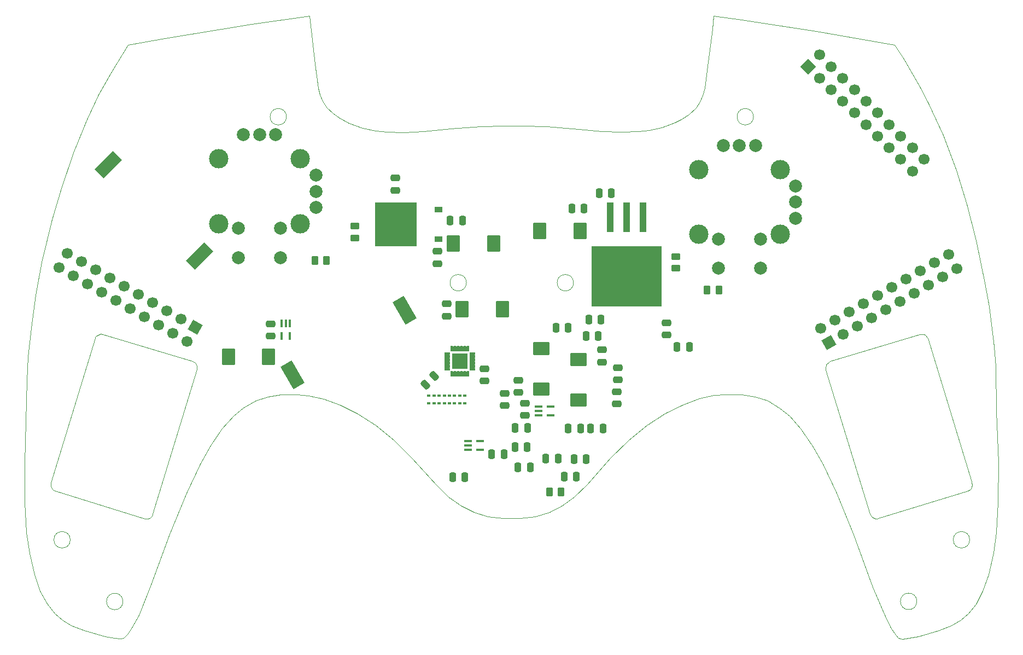
<source format=gbr>
%TF.GenerationSoftware,KiCad,Pcbnew,(6.0.9)*%
%TF.CreationDate,2022-11-22T19:39:32+02:00*%
%TF.ProjectId,PCB,5043422e-6b69-4636-9164-5f7063625858,rev?*%
%TF.SameCoordinates,Original*%
%TF.FileFunction,Soldermask,Bot*%
%TF.FilePolarity,Negative*%
%FSLAX46Y46*%
G04 Gerber Fmt 4.6, Leading zero omitted, Abs format (unit mm)*
G04 Created by KiCad (PCBNEW (6.0.9)) date 2022-11-22 19:39:32*
%MOMM*%
%LPD*%
G01*
G04 APERTURE LIST*
G04 Aperture macros list*
%AMRoundRect*
0 Rectangle with rounded corners*
0 $1 Rounding radius*
0 $2 $3 $4 $5 $6 $7 $8 $9 X,Y pos of 4 corners*
0 Add a 4 corners polygon primitive as box body*
4,1,4,$2,$3,$4,$5,$6,$7,$8,$9,$2,$3,0*
0 Add four circle primitives for the rounded corners*
1,1,$1+$1,$2,$3*
1,1,$1+$1,$4,$5*
1,1,$1+$1,$6,$7*
1,1,$1+$1,$8,$9*
0 Add four rect primitives between the rounded corners*
20,1,$1+$1,$2,$3,$4,$5,0*
20,1,$1+$1,$4,$5,$6,$7,0*
20,1,$1+$1,$6,$7,$8,$9,0*
20,1,$1+$1,$8,$9,$2,$3,0*%
%AMHorizOval*
0 Thick line with rounded ends*
0 $1 width*
0 $2 $3 position (X,Y) of the first rounded end (center of the circle)*
0 $4 $5 position (X,Y) of the second rounded end (center of the circle)*
0 Add line between two ends*
20,1,$1,$2,$3,$4,$5,0*
0 Add two circle primitives to create the rounded ends*
1,1,$1,$2,$3*
1,1,$1,$4,$5*%
%AMRotRect*
0 Rectangle, with rotation*
0 The origin of the aperture is its center*
0 $1 length*
0 $2 width*
0 $3 Rotation angle, in degrees counterclockwise*
0 Add horizontal line*
21,1,$1,$2,0,0,$3*%
G04 Aperture macros list end*
%TA.AperFunction,Profile*%
%ADD10C,0.100000*%
%TD*%
%ADD11RotRect,1.700000X1.700000X120.000000*%
%ADD12HorizOval,1.700000X0.000000X0.000000X0.000000X0.000000X0*%
%ADD13C,2.000000*%
%ADD14C,3.000000*%
%ADD15RotRect,1.700000X1.700000X45.000000*%
%ADD16HorizOval,1.700000X0.000000X0.000000X0.000000X0.000000X0*%
%ADD17RotRect,1.700000X1.700000X240.000000*%
%ADD18HorizOval,1.700000X0.000000X0.000000X0.000000X0.000000X0*%
%ADD19RotRect,2.000000X4.000000X135.000000*%
%ADD20RoundRect,0.250000X-0.787500X-1.025000X0.787500X-1.025000X0.787500X1.025000X-0.787500X1.025000X0*%
%ADD21RoundRect,0.250000X0.250000X0.475000X-0.250000X0.475000X-0.250000X-0.475000X0.250000X-0.475000X0*%
%ADD22RoundRect,0.250000X0.475000X-0.250000X0.475000X0.250000X-0.475000X0.250000X-0.475000X-0.250000X0*%
%ADD23R,1.200000X0.400000*%
%ADD24RoundRect,0.250000X1.025000X-0.787500X1.025000X0.787500X-1.025000X0.787500X-1.025000X-0.787500X0*%
%ADD25RoundRect,0.250000X-0.159099X0.512652X-0.512652X0.159099X0.159099X-0.512652X0.512652X-0.159099X0*%
%ADD26RoundRect,0.250000X-0.250000X-0.475000X0.250000X-0.475000X0.250000X0.475000X-0.250000X0.475000X0*%
%ADD27RoundRect,0.100000X0.150000X-0.100000X0.150000X0.100000X-0.150000X0.100000X-0.150000X-0.100000X0*%
%ADD28RoundRect,0.250000X-0.262500X-0.450000X0.262500X-0.450000X0.262500X0.450000X-0.262500X0.450000X0*%
%ADD29RoundRect,0.250000X-0.475000X0.250000X-0.475000X-0.250000X0.475000X-0.250000X0.475000X0.250000X0*%
%ADD30R,0.400000X1.200000*%
%ADD31RotRect,2.000000X4.000000X30.000000*%
%ADD32RoundRect,0.250000X-0.450000X0.262500X-0.450000X-0.262500X0.450000X-0.262500X0.450000X0.262500X0*%
%ADD33R,1.219200X0.889000*%
%ADD34R,6.502400X6.731000*%
%ADD35RoundRect,0.250000X0.787500X1.025000X-0.787500X1.025000X-0.787500X-1.025000X0.787500X-1.025000X0*%
%ADD36R,1.100000X4.600000*%
%ADD37R,10.800000X9.400000*%
%ADD38RoundRect,0.250000X0.262500X0.450000X-0.262500X0.450000X-0.262500X-0.450000X0.262500X-0.450000X0*%
%ADD39R,0.850000X0.300000*%
%ADD40R,0.300000X0.850000*%
%ADD41R,2.400000X2.400000*%
G04 APERTURE END LIST*
D10*
X175615600Y-38887400D02*
X187248800Y-40665400D01*
X199390000Y-42799000D01*
X200710800Y-44831000D01*
X203250800Y-49199800D01*
X204622400Y-51892200D01*
X206857600Y-56769000D01*
X208889600Y-62204600D01*
X210515200Y-67437000D01*
X211988400Y-73025000D01*
X213360000Y-79629000D01*
X213969600Y-83235800D01*
X214731600Y-89433400D01*
X214985600Y-92532200D01*
X215138000Y-99491800D01*
X215442800Y-107365800D01*
X215392000Y-113614200D01*
X215138000Y-118237000D01*
X214680800Y-121386600D01*
X213918800Y-124739400D01*
X213004400Y-127330200D01*
X211937600Y-129311400D01*
X210769200Y-130784600D01*
X209600800Y-131800600D01*
X208127600Y-132664200D01*
X206197200Y-133375400D01*
X203047600Y-134289800D01*
X201523600Y-134594600D01*
X200558400Y-134747000D01*
X200304400Y-134696200D01*
X199948800Y-134543800D01*
X199491600Y-134035800D01*
X198780400Y-132969000D01*
X197815200Y-130987800D01*
X195986400Y-126669800D01*
X192989200Y-118541800D01*
X190398400Y-112141000D01*
X188264800Y-107670600D01*
X186639200Y-104825800D01*
X184810400Y-102133400D01*
X183083200Y-100203000D01*
X181559200Y-98983800D01*
X179679600Y-97866200D01*
X177800000Y-97256600D01*
X175666400Y-96901000D01*
X173126400Y-96901000D01*
X171450000Y-97002600D01*
X169113200Y-97510600D01*
X166522400Y-98475800D01*
X163880800Y-99796600D01*
X161036000Y-101625400D01*
X158242000Y-103962200D01*
X155346400Y-106756200D01*
X151790400Y-110769400D01*
X149758400Y-112750600D01*
X147878800Y-114071400D01*
X145897600Y-115087400D01*
X143713200Y-115747800D01*
X141325600Y-116052600D01*
X138734800Y-116052600D01*
X136398000Y-115747800D01*
X134213600Y-115087400D01*
X132181600Y-114122200D01*
X130302000Y-112750600D01*
X128320800Y-110769400D01*
X124714000Y-106807000D01*
X121818400Y-103911400D01*
X119024400Y-101676200D01*
X116230400Y-99847400D01*
X113538000Y-98475800D01*
X110998000Y-97561400D01*
X108610400Y-97053400D01*
X106934000Y-96901000D01*
X104394000Y-96901000D01*
X102311200Y-97256600D01*
X100431600Y-97866200D01*
X98552000Y-98933000D01*
X97028000Y-100203000D01*
X95250000Y-102133400D01*
X93421200Y-104775000D01*
X91795600Y-107619800D01*
X89712800Y-112141000D01*
X87122000Y-118491000D01*
X84124800Y-126568200D01*
X82346800Y-130987800D01*
X81280000Y-132969000D01*
X80568800Y-133985000D01*
X79959200Y-134543800D01*
X79552800Y-134696200D01*
X78536800Y-134594600D01*
X77063600Y-134289800D01*
X73863200Y-133375400D01*
X71882000Y-132664200D01*
X70459600Y-131800600D01*
X69291200Y-130784600D01*
X68122800Y-129260600D01*
X67056000Y-127330200D01*
X66141600Y-124790200D01*
X65379600Y-121437400D01*
X64922400Y-118237000D01*
X64668400Y-113563400D01*
X64668400Y-107365800D01*
X64973200Y-94665800D01*
X65176400Y-91059000D01*
X65633600Y-86537800D01*
X66344800Y-81457800D01*
X67310000Y-76377800D01*
X68884800Y-69824600D01*
X70307200Y-64998600D01*
X72186800Y-59461400D01*
X74269600Y-54330600D01*
X76098400Y-50520600D01*
X78079600Y-46964600D01*
X80670400Y-42799000D01*
X86360000Y-41783000D01*
X99822000Y-39547800D01*
X108762800Y-38328600D01*
X109575600Y-45745400D01*
X110083600Y-49453800D01*
X110337600Y-50469800D01*
X110794800Y-51485800D01*
X111455200Y-52501800D01*
X112369600Y-53416200D01*
X113334800Y-54076600D01*
X114858800Y-54940200D01*
X116941600Y-55651400D01*
X118973600Y-56057800D01*
X120751600Y-56261000D01*
X123342400Y-56311800D01*
X126390400Y-56159400D01*
X130606800Y-55753000D01*
X135280400Y-55397400D01*
X138836400Y-55295800D01*
X141681200Y-55295800D01*
X145491200Y-55448200D01*
X150418800Y-55854600D01*
X154076400Y-56159400D01*
X157073600Y-56261000D01*
X159715200Y-56210200D01*
X161340800Y-56007000D01*
X163271200Y-55600600D01*
X165303200Y-54838600D01*
X166370000Y-54330600D01*
X167538400Y-53517800D01*
X168605200Y-52501800D01*
X169214800Y-51587400D01*
X169621200Y-50571400D01*
X169976800Y-49453800D01*
X170332400Y-46710600D01*
X171145200Y-40360600D01*
X171297600Y-38328600D01*
X175615600Y-38887400D01*
X79886044Y-128933444D02*
G75*
G03*
X79886044Y-128933444I-1273044J0D01*
G01*
X177523644Y-53927244D02*
G75*
G03*
X177523644Y-53927244I-1273044J0D01*
G01*
X133073644Y-79606644D02*
G75*
G03*
X133073644Y-79606644I-1273044J0D01*
G01*
X202822044Y-128908044D02*
G75*
G03*
X202822044Y-128908044I-1273044J0D01*
G01*
X76758800Y-87553800D02*
X90627200Y-91770200D01*
X91033600Y-91973400D01*
X91236800Y-92227400D01*
X91287600Y-92481400D01*
X91338400Y-92684600D01*
X91338400Y-93040200D01*
X84480400Y-115392200D01*
X84429600Y-115544600D01*
X84277200Y-115798600D01*
X84023200Y-116001800D01*
X83667600Y-116103400D01*
X83261200Y-116103400D01*
X69392800Y-111836200D01*
X69138800Y-111683800D01*
X68986400Y-111531400D01*
X68783200Y-111277400D01*
X68681600Y-111023400D01*
X68681600Y-110566200D01*
X75539600Y-88214200D01*
X75590400Y-88011000D01*
X75742800Y-87858600D01*
X76047600Y-87655400D01*
X76403200Y-87503000D01*
X76758800Y-87553800D01*
X149659844Y-79606644D02*
G75*
G03*
X149659844Y-79606644I-1273044J0D01*
G01*
X203962000Y-87604600D02*
X204114400Y-87655400D01*
X204266800Y-87858600D01*
X204368400Y-88011000D01*
X204520800Y-88214200D01*
X211277200Y-110363000D01*
X211328000Y-110566200D01*
X211378800Y-110871000D01*
X211328000Y-111175800D01*
X211226400Y-111429800D01*
X211023200Y-111633000D01*
X210667600Y-111836200D01*
X196850000Y-116052600D01*
X196697600Y-116103400D01*
X196392800Y-116103400D01*
X195884800Y-115900200D01*
X195681600Y-115646200D01*
X195529200Y-115392200D01*
X188722000Y-93091000D01*
X188671200Y-92735400D01*
X188772800Y-92329000D01*
X188874400Y-92176600D01*
X189179200Y-91871800D01*
X189382400Y-91770200D01*
X203250800Y-87553800D01*
X203708000Y-87553800D01*
X203962000Y-87604600D01*
X211000844Y-119383044D02*
G75*
G03*
X211000844Y-119383044I-1273044J0D01*
G01*
X105209844Y-53927244D02*
G75*
G03*
X105209844Y-53927244I-1273044J0D01*
G01*
X71732644Y-119383044D02*
G75*
G03*
X71732644Y-119383044I-1273044J0D01*
G01*
X175615600Y-38887400D02*
X187248800Y-40665400D01*
X199390000Y-42799000D01*
X200710800Y-44831000D01*
X203250800Y-49199800D01*
X204622400Y-51892200D01*
X206857600Y-56769000D01*
X208889600Y-62204600D01*
X210515200Y-67437000D01*
X211988400Y-73025000D01*
X213360000Y-79629000D01*
X213969600Y-83235800D01*
X214731600Y-89433400D01*
X214985600Y-92532200D01*
X215138000Y-99491800D01*
X215442800Y-107365800D01*
X215392000Y-113614200D01*
X215138000Y-118237000D01*
X214680800Y-121386600D01*
X213918800Y-124739400D01*
X213004400Y-127330200D01*
X211937600Y-129311400D01*
X210769200Y-130784600D01*
X209600800Y-131800600D01*
X208127600Y-132664200D01*
X206197200Y-133375400D01*
X203047600Y-134289800D01*
X201523600Y-134594600D01*
X200558400Y-134747000D01*
X200304400Y-134696200D01*
X199948800Y-134543800D01*
X199491600Y-134035800D01*
X198780400Y-132969000D01*
X197815200Y-130987800D01*
X195986400Y-126669800D01*
X192989200Y-118541800D01*
X190398400Y-112141000D01*
X188264800Y-107670600D01*
X186639200Y-104825800D01*
X184810400Y-102133400D01*
X183083200Y-100203000D01*
X181559200Y-98983800D01*
X179679600Y-97866200D01*
X177800000Y-97256600D01*
X175666400Y-96901000D01*
X173126400Y-96901000D01*
X171450000Y-97002600D01*
X169113200Y-97510600D01*
X166522400Y-98475800D01*
X163880800Y-99796600D01*
X161036000Y-101625400D01*
X158242000Y-103962200D01*
X155346400Y-106756200D01*
X151790400Y-110769400D01*
X149758400Y-112750600D01*
X147878800Y-114071400D01*
X145897600Y-115087400D01*
X143713200Y-115747800D01*
X141325600Y-116052600D01*
X138734800Y-116052600D01*
X136398000Y-115747800D01*
X134213600Y-115087400D01*
X132181600Y-114122200D01*
X130302000Y-112750600D01*
X128320800Y-110769400D01*
X124714000Y-106807000D01*
X121818400Y-103911400D01*
X119024400Y-101676200D01*
X116230400Y-99847400D01*
X113538000Y-98475800D01*
X110998000Y-97561400D01*
X108610400Y-97053400D01*
X106934000Y-96901000D01*
X104394000Y-96901000D01*
X102311200Y-97256600D01*
X100431600Y-97866200D01*
X98552000Y-98933000D01*
X97028000Y-100203000D01*
X95250000Y-102133400D01*
X93421200Y-104775000D01*
X91795600Y-107619800D01*
X89712800Y-112141000D01*
X87122000Y-118491000D01*
X84124800Y-126568200D01*
X82346800Y-130987800D01*
X81280000Y-132969000D01*
X80568800Y-133985000D01*
X79959200Y-134543800D01*
X79552800Y-134696200D01*
X78536800Y-134594600D01*
X77063600Y-134289800D01*
X73863200Y-133375400D01*
X71882000Y-132664200D01*
X70459600Y-131800600D01*
X69291200Y-130784600D01*
X68122800Y-129260600D01*
X67056000Y-127330200D01*
X66141600Y-124790200D01*
X65379600Y-121437400D01*
X64922400Y-118237000D01*
X64668400Y-113563400D01*
X64668400Y-107365800D01*
X64973200Y-94665800D01*
X65176400Y-91059000D01*
X65633600Y-86537800D01*
X66344800Y-81457800D01*
X67310000Y-76377800D01*
X68884800Y-69824600D01*
X70307200Y-64998600D01*
X72186800Y-59461400D01*
X74269600Y-54330600D01*
X76098400Y-50520600D01*
X78079600Y-46964600D01*
X80670400Y-42799000D01*
X86360000Y-41783000D01*
X99822000Y-39547800D01*
X108762800Y-38328600D01*
X109575600Y-45745400D01*
X110083600Y-49453800D01*
X110337600Y-50469800D01*
X110794800Y-51485800D01*
X111455200Y-52501800D01*
X112369600Y-53416200D01*
X113334800Y-54076600D01*
X114858800Y-54940200D01*
X116941600Y-55651400D01*
X118973600Y-56057800D01*
X120751600Y-56261000D01*
X123342400Y-56311800D01*
X126390400Y-56159400D01*
X130606800Y-55753000D01*
X135280400Y-55397400D01*
X138836400Y-55295800D01*
X141681200Y-55295800D01*
X145491200Y-55448200D01*
X150418800Y-55854600D01*
X154076400Y-56159400D01*
X157073600Y-56261000D01*
X159715200Y-56210200D01*
X161340800Y-56007000D01*
X163271200Y-55600600D01*
X165303200Y-54838600D01*
X166370000Y-54330600D01*
X167538400Y-53517800D01*
X168605200Y-52501800D01*
X169214800Y-51587400D01*
X169621200Y-50571400D01*
X169976800Y-49453800D01*
X170332400Y-46710600D01*
X171145200Y-40360600D01*
X171297600Y-38328600D01*
X175615600Y-38887400D01*
X79886044Y-128933444D02*
G75*
G03*
X79886044Y-128933444I-1273044J0D01*
G01*
X177523644Y-53927244D02*
G75*
G03*
X177523644Y-53927244I-1273044J0D01*
G01*
X133073644Y-79606644D02*
G75*
G03*
X133073644Y-79606644I-1273044J0D01*
G01*
X202822044Y-128908044D02*
G75*
G03*
X202822044Y-128908044I-1273044J0D01*
G01*
X76758800Y-87553800D02*
X90627200Y-91770200D01*
X91033600Y-91973400D01*
X91236800Y-92227400D01*
X91287600Y-92481400D01*
X91338400Y-92684600D01*
X91338400Y-93040200D01*
X84480400Y-115392200D01*
X84429600Y-115544600D01*
X84277200Y-115798600D01*
X84023200Y-116001800D01*
X83667600Y-116103400D01*
X83261200Y-116103400D01*
X69392800Y-111836200D01*
X69138800Y-111683800D01*
X68986400Y-111531400D01*
X68783200Y-111277400D01*
X68681600Y-111023400D01*
X68681600Y-110566200D01*
X75539600Y-88214200D01*
X75590400Y-88011000D01*
X75742800Y-87858600D01*
X76047600Y-87655400D01*
X76403200Y-87503000D01*
X76758800Y-87553800D01*
X149659844Y-79606644D02*
G75*
G03*
X149659844Y-79606644I-1273044J0D01*
G01*
X203962000Y-87604600D02*
X204114400Y-87655400D01*
X204266800Y-87858600D01*
X204368400Y-88011000D01*
X204520800Y-88214200D01*
X211277200Y-110363000D01*
X211328000Y-110566200D01*
X211378800Y-110871000D01*
X211328000Y-111175800D01*
X211226400Y-111429800D01*
X211023200Y-111633000D01*
X210667600Y-111836200D01*
X196850000Y-116052600D01*
X196697600Y-116103400D01*
X196392800Y-116103400D01*
X195884800Y-115900200D01*
X195681600Y-115646200D01*
X195529200Y-115392200D01*
X188722000Y-93091000D01*
X188671200Y-92735400D01*
X188772800Y-92329000D01*
X188874400Y-92176600D01*
X189179200Y-91871800D01*
X189382400Y-91770200D01*
X203250800Y-87553800D01*
X203708000Y-87553800D01*
X203962000Y-87604600D01*
X211000844Y-119383044D02*
G75*
G03*
X211000844Y-119383044I-1273044J0D01*
G01*
X105209844Y-53927244D02*
G75*
G03*
X105209844Y-53927244I-1273044J0D01*
G01*
X71732644Y-119383044D02*
G75*
G03*
X71732644Y-119383044I-1273044J0D01*
G01*
D11*
%TO.C,J2*%
X189239773Y-88900000D03*
D12*
X187969773Y-86700295D03*
X191439478Y-87630000D03*
X190169478Y-85430295D03*
X193639182Y-86360000D03*
X192369182Y-84160295D03*
X195838887Y-85090000D03*
X194568887Y-82890295D03*
X198038591Y-83820000D03*
X196768591Y-81620295D03*
X200238296Y-82550000D03*
X198968296Y-80350295D03*
X202438000Y-81280000D03*
X201168000Y-79080295D03*
X204637705Y-80010000D03*
X203367705Y-77810295D03*
X206837409Y-78740000D03*
X205567409Y-76540295D03*
X209037114Y-77470000D03*
X207767114Y-75270295D03*
%TD*%
D13*
%TO.C,U6*%
X103545000Y-56730000D03*
X109775000Y-67960000D03*
X101045000Y-56730000D03*
X109775000Y-65460000D03*
X98545000Y-56730000D03*
X109775000Y-62960000D03*
D14*
X94720000Y-60460000D03*
X107370000Y-60460000D03*
X107370000Y-70460000D03*
X94720000Y-70460000D03*
D13*
X97795000Y-71210000D03*
X104295000Y-71210000D03*
X97795000Y-75710000D03*
X104295000Y-75710000D03*
%TD*%
D15*
%TO.C,J1*%
X185964744Y-46162867D03*
D16*
X187760795Y-44366816D03*
X187760795Y-47958918D03*
X189556846Y-46162867D03*
X189556846Y-49754969D03*
X191352898Y-47958918D03*
X191352898Y-51551021D03*
X193148949Y-49754969D03*
X193148949Y-53347072D03*
X194945000Y-51551021D03*
X194945000Y-55143123D03*
X196741051Y-53347072D03*
X196741051Y-56939174D03*
X198537103Y-55143123D03*
X198537103Y-58735226D03*
X200333154Y-56939174D03*
X200333154Y-60531277D03*
X202129205Y-58735226D03*
X202129205Y-62327328D03*
X203925256Y-60531277D03*
%TD*%
D13*
%TO.C,U7*%
X177845000Y-58380000D03*
X184075000Y-69610000D03*
X175345000Y-58380000D03*
X184075000Y-67110000D03*
X172845000Y-58380000D03*
X184075000Y-64610000D03*
D14*
X181670000Y-62110000D03*
X169020000Y-62110000D03*
X181670000Y-72110000D03*
X169020000Y-72110000D03*
D13*
X172095000Y-72860000D03*
X178595000Y-72860000D03*
X172095000Y-77360000D03*
X178595000Y-77360000D03*
%TD*%
D17*
%TO.C,J3*%
X91059000Y-86487000D03*
D18*
X89789000Y-88686705D03*
X88859295Y-85217000D03*
X87589295Y-87416705D03*
X86659591Y-83947000D03*
X85389591Y-86146705D03*
X84459886Y-82677000D03*
X83189886Y-84876705D03*
X82260182Y-81407000D03*
X80990182Y-83606705D03*
X80060477Y-80137000D03*
X78790477Y-82336705D03*
X77860773Y-78867000D03*
X76590773Y-81066705D03*
X75661068Y-77597000D03*
X74391068Y-79796705D03*
X73461364Y-76327000D03*
X72191364Y-78526705D03*
X71261659Y-75057000D03*
X69991659Y-77256705D03*
%TD*%
D19*
%TO.C,BT2*%
X91774812Y-75518812D03*
X77632676Y-61376676D03*
%TD*%
D20*
%TO.C,C26*%
X132396500Y-83693000D03*
X138621500Y-83693000D03*
%TD*%
D21*
%TO.C,C13*%
X155509000Y-65735200D03*
X153609000Y-65735200D03*
%TD*%
D22*
%TO.C,C47*%
X130048000Y-84770000D03*
X130048000Y-82870000D03*
%TD*%
D23*
%TO.C,IC7*%
X144211000Y-100091000D03*
X144211000Y-99441000D03*
X144211000Y-98791000D03*
X146111000Y-98791000D03*
X146111000Y-100091000D03*
%TD*%
D24*
%TO.C,C31*%
X144703800Y-96051100D03*
X144703800Y-89826100D03*
%TD*%
D22*
%TO.C,C39*%
X139014200Y-98613000D03*
X139014200Y-96713000D03*
%TD*%
D25*
%TO.C,C19*%
X128089502Y-94033498D03*
X126746000Y-95377000D03*
%TD*%
D26*
%TO.C,C37*%
X152313600Y-102158800D03*
X154213600Y-102158800D03*
%TD*%
%TO.C,C63*%
X141036000Y-108204000D03*
X142936000Y-108204000D03*
%TD*%
D20*
%TO.C,C9*%
X131075700Y-73533000D03*
X137300700Y-73533000D03*
%TD*%
D21*
%TO.C,C59*%
X147254000Y-106807000D03*
X145354000Y-106807000D03*
%TD*%
D27*
%TO.C,R8*%
X132842000Y-98298000D03*
X132042000Y-98298000D03*
X131242000Y-98298000D03*
X130442000Y-98298000D03*
X129642000Y-98298000D03*
X128842000Y-98298000D03*
X128042000Y-98298000D03*
X127242000Y-98298000D03*
X127242000Y-97098000D03*
X128042000Y-97098000D03*
X128842000Y-97098000D03*
X129642000Y-97098000D03*
X130442000Y-97098000D03*
X131242000Y-97098000D03*
X132042000Y-97098000D03*
X132842000Y-97098000D03*
%TD*%
D21*
%TO.C,C67*%
X142489000Y-105029000D03*
X140589000Y-105029000D03*
%TD*%
D28*
%TO.C,R23*%
X145899500Y-112014000D03*
X147724500Y-112014000D03*
%TD*%
D29*
%TO.C,C56*%
X164084000Y-85791000D03*
X164084000Y-87691000D03*
%TD*%
D26*
%TO.C,C8*%
X130545800Y-69951600D03*
X132445800Y-69951600D03*
%TD*%
%TO.C,C28*%
X148833800Y-102158800D03*
X150733800Y-102158800D03*
%TD*%
D22*
%TO.C,C27*%
X141071600Y-96606400D03*
X141071600Y-94706400D03*
%TD*%
D30*
%TO.C,IC13*%
X104455200Y-85943400D03*
X105105200Y-85943400D03*
X105755200Y-85943400D03*
X105755200Y-87843400D03*
X104455200Y-87843400D03*
%TD*%
D22*
%TO.C,C36*%
X156362400Y-98384400D03*
X156362400Y-96484400D03*
%TD*%
D31*
%TO.C,BT1*%
X106160841Y-93872000D03*
X123481349Y-83872000D03*
%TD*%
D26*
%TO.C,C53*%
X136972000Y-106172000D03*
X138872000Y-106172000D03*
%TD*%
D21*
%TO.C,C14*%
X151292600Y-68122800D03*
X149392600Y-68122800D03*
%TD*%
D32*
%TO.C,R19*%
X165481000Y-75541500D03*
X165481000Y-77366500D03*
%TD*%
D22*
%TO.C,C65*%
X102793800Y-87868800D03*
X102793800Y-85968800D03*
%TD*%
D33*
%TO.C,IC1*%
X128778000Y-68300600D03*
D34*
X122123200Y-70586600D03*
D33*
X128778000Y-72872600D03*
%TD*%
D35*
%TO.C,C21*%
X102426500Y-91059000D03*
X96201500Y-91059000D03*
%TD*%
D29*
%TO.C,C7*%
X128600200Y-74767400D03*
X128600200Y-76667400D03*
%TD*%
%TO.C,C29*%
X156540200Y-92750600D03*
X156540200Y-94650600D03*
%TD*%
D22*
%TO.C,C69*%
X122021600Y-65313600D03*
X122021600Y-63413600D03*
%TD*%
D26*
%TO.C,C45*%
X149733000Y-106934000D03*
X151633000Y-106934000D03*
%TD*%
D21*
%TO.C,C60*%
X150109000Y-109601000D03*
X148209000Y-109601000D03*
%TD*%
%TO.C,C35*%
X153934200Y-85344000D03*
X152034200Y-85344000D03*
%TD*%
D26*
%TO.C,C34*%
X146954200Y-86588600D03*
X148854200Y-86588600D03*
%TD*%
D23*
%TO.C,IC14*%
X133289000Y-105425000D03*
X133289000Y-104775000D03*
X133289000Y-104125000D03*
X135189000Y-104125000D03*
X135189000Y-105425000D03*
%TD*%
D36*
%TO.C,U3*%
X155302000Y-69501800D03*
D37*
X157842000Y-78651800D03*
D36*
X157842000Y-69501800D03*
X160382000Y-69501800D03*
%TD*%
D26*
%TO.C,C30*%
X151602400Y-87833200D03*
X153502400Y-87833200D03*
%TD*%
D21*
%TO.C,C38*%
X142529600Y-102108000D03*
X140629600Y-102108000D03*
%TD*%
D32*
%TO.C,R16*%
X115824000Y-70842500D03*
X115824000Y-72667500D03*
%TD*%
D29*
%TO.C,C20*%
X135890000Y-92903000D03*
X135890000Y-94803000D03*
%TD*%
D22*
%TO.C,C52*%
X142113000Y-100137000D03*
X142113000Y-98237000D03*
%TD*%
D38*
%TO.C,R18*%
X111426000Y-76200000D03*
X109601000Y-76200000D03*
%TD*%
D22*
%TO.C,C33*%
X154051000Y-91882000D03*
X154051000Y-89982000D03*
%TD*%
D21*
%TO.C,C62*%
X132842000Y-109728000D03*
X130942000Y-109728000D03*
%TD*%
D35*
%TO.C,C15*%
X150635700Y-71628000D03*
X144410700Y-71628000D03*
%TD*%
D39*
%TO.C,AC1*%
X133979200Y-90520200D03*
X133979200Y-91020200D03*
X133979200Y-91520200D03*
X133979200Y-92020200D03*
X133979200Y-92520200D03*
X133979200Y-93020200D03*
D40*
X133279200Y-93720200D03*
X132779200Y-93720200D03*
X132279200Y-93720200D03*
X131779200Y-93720200D03*
X131279200Y-93720200D03*
X130779200Y-93720200D03*
D39*
X130079200Y-93020200D03*
X130079200Y-92520200D03*
X130079200Y-92020200D03*
X130079200Y-91520200D03*
X130079200Y-91020200D03*
X130079200Y-90520200D03*
D40*
X130779200Y-89820200D03*
X131279200Y-89820200D03*
X131779200Y-89820200D03*
X132279200Y-89820200D03*
X132779200Y-89820200D03*
X133279200Y-89820200D03*
D41*
X132029200Y-91770200D03*
%TD*%
D21*
%TO.C,C57*%
X167574000Y-89535000D03*
X165674000Y-89535000D03*
%TD*%
D24*
%TO.C,C43*%
X150444200Y-97727500D03*
X150444200Y-91502500D03*
%TD*%
D38*
%TO.C,R32*%
X172159300Y-80721200D03*
X170334300Y-80721200D03*
%TD*%
G36*
X132631090Y-93297522D02*
G01*
X132631200Y-93298176D01*
X132631200Y-94142311D01*
X132630200Y-94144043D01*
X132628089Y-94143974D01*
X132621135Y-94139328D01*
X132620963Y-94139200D01*
X132578256Y-94103509D01*
X132509541Y-94094876D01*
X132446910Y-94124840D01*
X132430711Y-94143534D01*
X132428821Y-94144188D01*
X132427310Y-94142878D01*
X132427200Y-94142224D01*
X132427200Y-93298089D01*
X132428200Y-93296357D01*
X132430311Y-93296426D01*
X132437265Y-93301072D01*
X132437437Y-93301200D01*
X132480144Y-93336891D01*
X132548859Y-93345524D01*
X132611490Y-93315560D01*
X132627689Y-93296866D01*
X132629579Y-93296212D01*
X132631090Y-93297522D01*
G37*
G36*
X133131090Y-93297522D02*
G01*
X133131200Y-93298176D01*
X133131200Y-94142311D01*
X133130200Y-94144043D01*
X133128089Y-94143974D01*
X133121135Y-94139328D01*
X133120963Y-94139200D01*
X133078256Y-94103509D01*
X133009541Y-94094876D01*
X132946910Y-94124840D01*
X132930711Y-94143534D01*
X132928821Y-94144188D01*
X132927310Y-94142878D01*
X132927200Y-94142224D01*
X132927200Y-93298089D01*
X132928200Y-93296357D01*
X132930311Y-93296426D01*
X132937265Y-93301072D01*
X132937437Y-93301200D01*
X132980144Y-93336891D01*
X133048859Y-93345524D01*
X133111490Y-93315560D01*
X133127689Y-93296866D01*
X133129579Y-93296212D01*
X133131090Y-93297522D01*
G37*
G36*
X131131090Y-93297522D02*
G01*
X131131200Y-93298176D01*
X131131200Y-94142311D01*
X131130200Y-94144043D01*
X131128089Y-94143974D01*
X131121135Y-94139328D01*
X131120963Y-94139200D01*
X131078256Y-94103509D01*
X131009541Y-94094876D01*
X130946910Y-94124840D01*
X130930711Y-94143534D01*
X130928821Y-94144188D01*
X130927310Y-94142878D01*
X130927200Y-94142224D01*
X130927200Y-93298089D01*
X130928200Y-93296357D01*
X130930311Y-93296426D01*
X130937265Y-93301072D01*
X130937437Y-93301200D01*
X130980144Y-93336891D01*
X131048859Y-93345524D01*
X131111490Y-93315560D01*
X131127689Y-93296866D01*
X131129579Y-93296212D01*
X131131090Y-93297522D01*
G37*
G36*
X131631090Y-93297522D02*
G01*
X131631200Y-93298176D01*
X131631200Y-94142311D01*
X131630200Y-94144043D01*
X131628089Y-94143974D01*
X131621135Y-94139328D01*
X131620963Y-94139200D01*
X131578256Y-94103509D01*
X131509541Y-94094876D01*
X131446910Y-94124840D01*
X131430711Y-94143534D01*
X131428821Y-94144188D01*
X131427310Y-94142878D01*
X131427200Y-94142224D01*
X131427200Y-93298089D01*
X131428200Y-93296357D01*
X131430311Y-93296426D01*
X131437265Y-93301072D01*
X131437437Y-93301200D01*
X131480144Y-93336891D01*
X131548859Y-93345524D01*
X131611490Y-93315560D01*
X131627689Y-93296866D01*
X131629579Y-93296212D01*
X131631090Y-93297522D01*
G37*
G36*
X132131090Y-93297522D02*
G01*
X132131200Y-93298176D01*
X132131200Y-94142311D01*
X132130200Y-94144043D01*
X132128089Y-94143974D01*
X132121135Y-94139328D01*
X132120963Y-94139200D01*
X132078256Y-94103509D01*
X132009541Y-94094876D01*
X131946910Y-94124840D01*
X131930711Y-94143534D01*
X131928821Y-94144188D01*
X131927310Y-94142878D01*
X131927200Y-94142224D01*
X131927200Y-93298089D01*
X131928200Y-93296357D01*
X131930311Y-93296426D01*
X131937265Y-93301072D01*
X131937437Y-93301200D01*
X131980144Y-93336891D01*
X132048859Y-93345524D01*
X132111490Y-93315560D01*
X132127689Y-93296866D01*
X132129579Y-93296212D01*
X132131090Y-93297522D01*
G37*
G36*
X134403043Y-92669200D02*
G01*
X134402974Y-92671311D01*
X134398328Y-92678265D01*
X134398200Y-92678437D01*
X134362509Y-92721144D01*
X134353876Y-92789859D01*
X134383840Y-92852490D01*
X134402534Y-92868689D01*
X134403188Y-92870579D01*
X134401878Y-92872090D01*
X134401224Y-92872200D01*
X133557089Y-92872200D01*
X133555357Y-92871200D01*
X133555426Y-92869089D01*
X133560072Y-92862135D01*
X133560200Y-92861963D01*
X133595891Y-92819256D01*
X133604524Y-92750541D01*
X133574560Y-92687910D01*
X133555866Y-92671711D01*
X133555212Y-92669821D01*
X133556522Y-92668310D01*
X133557176Y-92668200D01*
X134401311Y-92668200D01*
X134403043Y-92669200D01*
G37*
G36*
X130503043Y-92669200D02*
G01*
X130502974Y-92671311D01*
X130498328Y-92678265D01*
X130498200Y-92678437D01*
X130462509Y-92721144D01*
X130453876Y-92789859D01*
X130483840Y-92852490D01*
X130502534Y-92868689D01*
X130503188Y-92870579D01*
X130501878Y-92872090D01*
X130501224Y-92872200D01*
X129657089Y-92872200D01*
X129655357Y-92871200D01*
X129655426Y-92869089D01*
X129660072Y-92862135D01*
X129660200Y-92861963D01*
X129695891Y-92819256D01*
X129704524Y-92750541D01*
X129674560Y-92687910D01*
X129655866Y-92671711D01*
X129655212Y-92669821D01*
X129656522Y-92668310D01*
X129657176Y-92668200D01*
X130501311Y-92668200D01*
X130503043Y-92669200D01*
G37*
G36*
X134403043Y-92169200D02*
G01*
X134402974Y-92171311D01*
X134398328Y-92178265D01*
X134398200Y-92178437D01*
X134362509Y-92221144D01*
X134353876Y-92289859D01*
X134383840Y-92352490D01*
X134402534Y-92368689D01*
X134403188Y-92370579D01*
X134401878Y-92372090D01*
X134401224Y-92372200D01*
X133557089Y-92372200D01*
X133555357Y-92371200D01*
X133555426Y-92369089D01*
X133560072Y-92362135D01*
X133560200Y-92361963D01*
X133595891Y-92319256D01*
X133604524Y-92250541D01*
X133574560Y-92187910D01*
X133555866Y-92171711D01*
X133555212Y-92169821D01*
X133556522Y-92168310D01*
X133557176Y-92168200D01*
X134401311Y-92168200D01*
X134403043Y-92169200D01*
G37*
G36*
X130503043Y-92169200D02*
G01*
X130502974Y-92171311D01*
X130498328Y-92178265D01*
X130498200Y-92178437D01*
X130462509Y-92221144D01*
X130453876Y-92289859D01*
X130483840Y-92352490D01*
X130502534Y-92368689D01*
X130503188Y-92370579D01*
X130501878Y-92372090D01*
X130501224Y-92372200D01*
X129657089Y-92372200D01*
X129655357Y-92371200D01*
X129655426Y-92369089D01*
X129660072Y-92362135D01*
X129660200Y-92361963D01*
X129695891Y-92319256D01*
X129704524Y-92250541D01*
X129674560Y-92187910D01*
X129655866Y-92171711D01*
X129655212Y-92169821D01*
X129656522Y-92168310D01*
X129657176Y-92168200D01*
X130501311Y-92168200D01*
X130503043Y-92169200D01*
G37*
G36*
X134403043Y-91669200D02*
G01*
X134402974Y-91671311D01*
X134398328Y-91678265D01*
X134398200Y-91678437D01*
X134362509Y-91721144D01*
X134353876Y-91789859D01*
X134383840Y-91852490D01*
X134402534Y-91868689D01*
X134403188Y-91870579D01*
X134401878Y-91872090D01*
X134401224Y-91872200D01*
X133557089Y-91872200D01*
X133555357Y-91871200D01*
X133555426Y-91869089D01*
X133560072Y-91862135D01*
X133560200Y-91861963D01*
X133595891Y-91819256D01*
X133604524Y-91750541D01*
X133574560Y-91687910D01*
X133555866Y-91671711D01*
X133555212Y-91669821D01*
X133556522Y-91668310D01*
X133557176Y-91668200D01*
X134401311Y-91668200D01*
X134403043Y-91669200D01*
G37*
G36*
X130503043Y-91669200D02*
G01*
X130502974Y-91671311D01*
X130498328Y-91678265D01*
X130498200Y-91678437D01*
X130462509Y-91721144D01*
X130453876Y-91789859D01*
X130483840Y-91852490D01*
X130502534Y-91868689D01*
X130503188Y-91870579D01*
X130501878Y-91872090D01*
X130501224Y-91872200D01*
X129657089Y-91872200D01*
X129655357Y-91871200D01*
X129655426Y-91869089D01*
X129660072Y-91862135D01*
X129660200Y-91861963D01*
X129695891Y-91819256D01*
X129704524Y-91750541D01*
X129674560Y-91687910D01*
X129655866Y-91671711D01*
X129655212Y-91669821D01*
X129656522Y-91668310D01*
X129657176Y-91668200D01*
X130501311Y-91668200D01*
X130503043Y-91669200D01*
G37*
G36*
X134403043Y-91169200D02*
G01*
X134402974Y-91171311D01*
X134398328Y-91178265D01*
X134398200Y-91178437D01*
X134362509Y-91221144D01*
X134353876Y-91289859D01*
X134383840Y-91352490D01*
X134402534Y-91368689D01*
X134403188Y-91370579D01*
X134401878Y-91372090D01*
X134401224Y-91372200D01*
X133557089Y-91372200D01*
X133555357Y-91371200D01*
X133555426Y-91369089D01*
X133560072Y-91362135D01*
X133560200Y-91361963D01*
X133595891Y-91319256D01*
X133604524Y-91250541D01*
X133574560Y-91187910D01*
X133555866Y-91171711D01*
X133555212Y-91169821D01*
X133556522Y-91168310D01*
X133557176Y-91168200D01*
X134401311Y-91168200D01*
X134403043Y-91169200D01*
G37*
G36*
X130503043Y-91169200D02*
G01*
X130502974Y-91171311D01*
X130498328Y-91178265D01*
X130498200Y-91178437D01*
X130462509Y-91221144D01*
X130453876Y-91289859D01*
X130483840Y-91352490D01*
X130502534Y-91368689D01*
X130503188Y-91370579D01*
X130501878Y-91372090D01*
X130501224Y-91372200D01*
X129657089Y-91372200D01*
X129655357Y-91371200D01*
X129655426Y-91369089D01*
X129660072Y-91362135D01*
X129660200Y-91361963D01*
X129695891Y-91319256D01*
X129704524Y-91250541D01*
X129674560Y-91187910D01*
X129655866Y-91171711D01*
X129655212Y-91169821D01*
X129656522Y-91168310D01*
X129657176Y-91168200D01*
X130501311Y-91168200D01*
X130503043Y-91169200D01*
G37*
G36*
X134403043Y-90669200D02*
G01*
X134402974Y-90671311D01*
X134398328Y-90678265D01*
X134398200Y-90678437D01*
X134362509Y-90721144D01*
X134353876Y-90789859D01*
X134383840Y-90852490D01*
X134402534Y-90868689D01*
X134403188Y-90870579D01*
X134401878Y-90872090D01*
X134401224Y-90872200D01*
X133557089Y-90872200D01*
X133555357Y-90871200D01*
X133555426Y-90869089D01*
X133560072Y-90862135D01*
X133560200Y-90861963D01*
X133595891Y-90819256D01*
X133604524Y-90750541D01*
X133574560Y-90687910D01*
X133555866Y-90671711D01*
X133555212Y-90669821D01*
X133556522Y-90668310D01*
X133557176Y-90668200D01*
X134401311Y-90668200D01*
X134403043Y-90669200D01*
G37*
G36*
X130503043Y-90669200D02*
G01*
X130502974Y-90671311D01*
X130498328Y-90678265D01*
X130498200Y-90678437D01*
X130462509Y-90721144D01*
X130453876Y-90789859D01*
X130483840Y-90852490D01*
X130502534Y-90868689D01*
X130503188Y-90870579D01*
X130501878Y-90872090D01*
X130501224Y-90872200D01*
X129657089Y-90872200D01*
X129655357Y-90871200D01*
X129655426Y-90869089D01*
X129660072Y-90862135D01*
X129660200Y-90861963D01*
X129695891Y-90819256D01*
X129704524Y-90750541D01*
X129674560Y-90687910D01*
X129655866Y-90671711D01*
X129655212Y-90669821D01*
X129656522Y-90668310D01*
X129657176Y-90668200D01*
X130501311Y-90668200D01*
X130503043Y-90669200D01*
G37*
G36*
X131131090Y-89397522D02*
G01*
X131131200Y-89398176D01*
X131131200Y-90242311D01*
X131130200Y-90244043D01*
X131128089Y-90243974D01*
X131121135Y-90239328D01*
X131120963Y-90239200D01*
X131078256Y-90203509D01*
X131009541Y-90194876D01*
X130946910Y-90224840D01*
X130930711Y-90243534D01*
X130928821Y-90244188D01*
X130927310Y-90242878D01*
X130927200Y-90242224D01*
X130927200Y-89398089D01*
X130928200Y-89396357D01*
X130930311Y-89396426D01*
X130937265Y-89401072D01*
X130937437Y-89401200D01*
X130980144Y-89436891D01*
X131048859Y-89445524D01*
X131111490Y-89415560D01*
X131127689Y-89396866D01*
X131129579Y-89396212D01*
X131131090Y-89397522D01*
G37*
G36*
X131631090Y-89397522D02*
G01*
X131631200Y-89398176D01*
X131631200Y-90242311D01*
X131630200Y-90244043D01*
X131628089Y-90243974D01*
X131621135Y-90239328D01*
X131620963Y-90239200D01*
X131578256Y-90203509D01*
X131509541Y-90194876D01*
X131446910Y-90224840D01*
X131430711Y-90243534D01*
X131428821Y-90244188D01*
X131427310Y-90242878D01*
X131427200Y-90242224D01*
X131427200Y-89398089D01*
X131428200Y-89396357D01*
X131430311Y-89396426D01*
X131437265Y-89401072D01*
X131437437Y-89401200D01*
X131480144Y-89436891D01*
X131548859Y-89445524D01*
X131611490Y-89415560D01*
X131627689Y-89396866D01*
X131629579Y-89396212D01*
X131631090Y-89397522D01*
G37*
G36*
X132631090Y-89397522D02*
G01*
X132631200Y-89398176D01*
X132631200Y-90242311D01*
X132630200Y-90244043D01*
X132628089Y-90243974D01*
X132621135Y-90239328D01*
X132620963Y-90239200D01*
X132578256Y-90203509D01*
X132509541Y-90194876D01*
X132446910Y-90224840D01*
X132430711Y-90243534D01*
X132428821Y-90244188D01*
X132427310Y-90242878D01*
X132427200Y-90242224D01*
X132427200Y-89398089D01*
X132428200Y-89396357D01*
X132430311Y-89396426D01*
X132437265Y-89401072D01*
X132437437Y-89401200D01*
X132480144Y-89436891D01*
X132548859Y-89445524D01*
X132611490Y-89415560D01*
X132627689Y-89396866D01*
X132629579Y-89396212D01*
X132631090Y-89397522D01*
G37*
G36*
X132131090Y-89397522D02*
G01*
X132131200Y-89398176D01*
X132131200Y-90242311D01*
X132130200Y-90244043D01*
X132128089Y-90243974D01*
X132121135Y-90239328D01*
X132120963Y-90239200D01*
X132078256Y-90203509D01*
X132009541Y-90194876D01*
X131946910Y-90224840D01*
X131930711Y-90243534D01*
X131928821Y-90244188D01*
X131927310Y-90242878D01*
X131927200Y-90242224D01*
X131927200Y-89398089D01*
X131928200Y-89396357D01*
X131930311Y-89396426D01*
X131937265Y-89401072D01*
X131937437Y-89401200D01*
X131980144Y-89436891D01*
X132048859Y-89445524D01*
X132111490Y-89415560D01*
X132127689Y-89396866D01*
X132129579Y-89396212D01*
X132131090Y-89397522D01*
G37*
G36*
X133131090Y-89397522D02*
G01*
X133131200Y-89398176D01*
X133131200Y-90242311D01*
X133130200Y-90244043D01*
X133128089Y-90243974D01*
X133121135Y-90239328D01*
X133120963Y-90239200D01*
X133078256Y-90203509D01*
X133009541Y-90194876D01*
X132946910Y-90224840D01*
X132930711Y-90243534D01*
X132928821Y-90244188D01*
X132927310Y-90242878D01*
X132927200Y-90242224D01*
X132927200Y-89398089D01*
X132928200Y-89396357D01*
X132930311Y-89396426D01*
X132937265Y-89401072D01*
X132937437Y-89401200D01*
X132980144Y-89436891D01*
X133048859Y-89445524D01*
X133111490Y-89415560D01*
X133127689Y-89396866D01*
X133129579Y-89396212D01*
X133131090Y-89397522D01*
G37*
M02*

</source>
